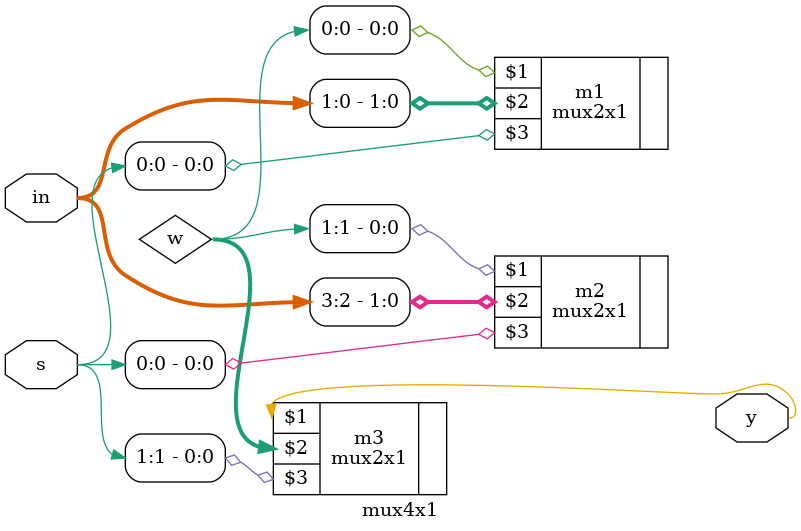
<source format=v>

`include "mux2x1.v"
`timescale 1ns/1ps;
module mux4x1(y,in,s);
  input [3:0]in;
  input [1:0]s;
  output y;
  //To connect the outputs of 2 level 1 multiplexers.
  wire [1:0]w;

  mux2x1 m1(w[0],in[1:0],s[0]);
  mux2x1 m2(w[1],in[3:2],s[0]);
  mux2x1 m3(y,w,s[1]);
endmodule

</source>
